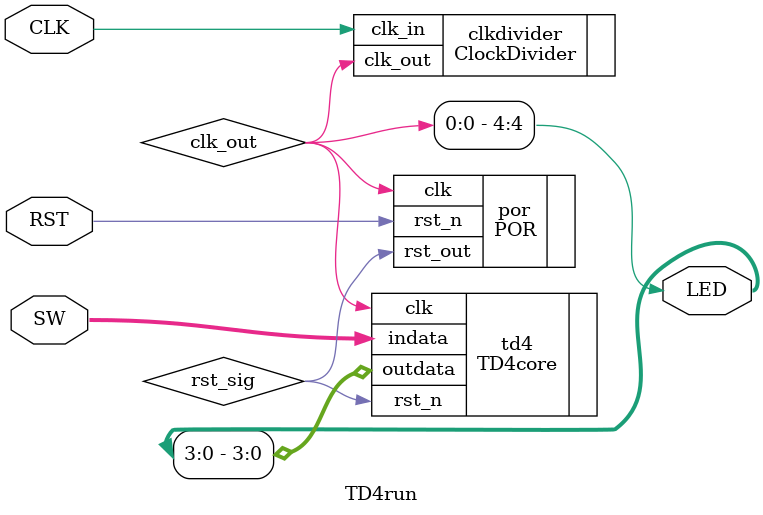
<source format=v>

module TD4run(
    input wire [0:0] CLK, RST,
    input wire [3:0] SW,
    output wire [4:0] LED
    );

    wire [0:0] rst_sig, clk_out;
    ClockDivider clkdivider(.clk_in(CLK), .clk_out(clk_out));
    POR por(.clk(clk_out), .rst_n(RST), .rst_out(rst_sig));
    TD4core td4(.clk(clk_out), .rst_n(rst_sig), .indata(SW), .outdata(LED[3:0]));
    
    assign LED[4] = clk_out;

endmodule

</source>
